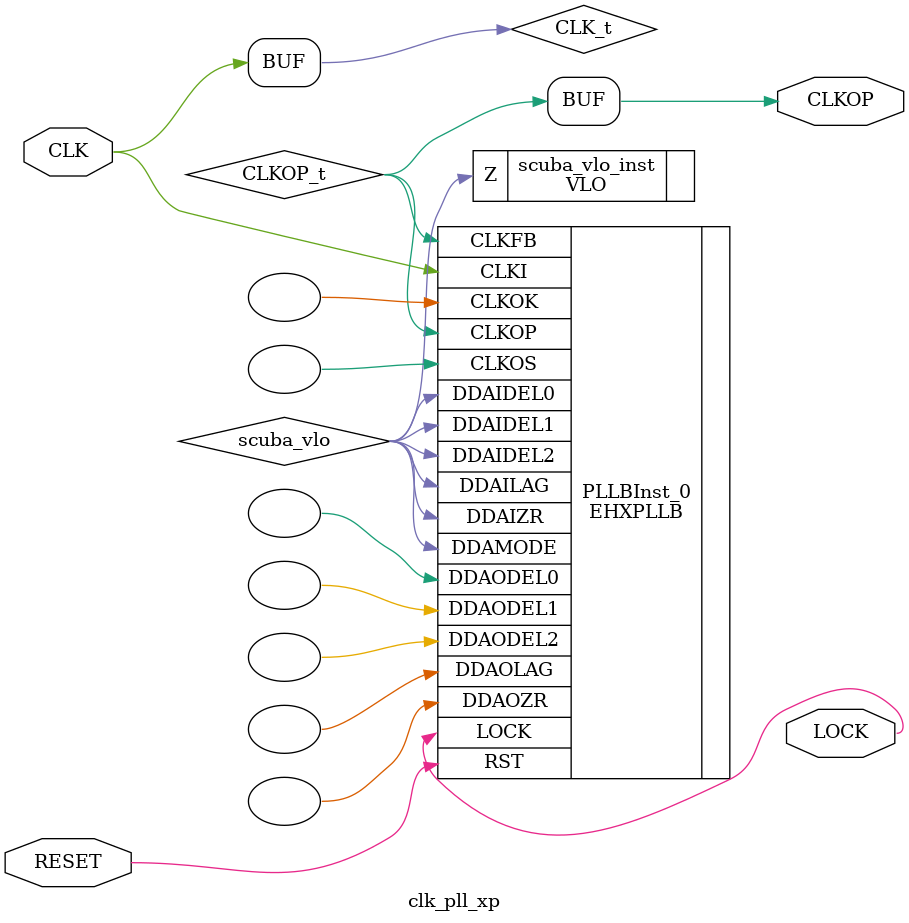
<source format=v>
/* Verilog netlist generated by SCUBA ispLever_v61_SP1_Build (17) */
/* Module Version: 3.3 */
/* C:\ispLEVER_6_1_ver37\ispfpga\bin\nt\scuba.exe -w -n clk_pll -lang verilog -synth synplify -arch ep5g00 -type pll -fin 200 -fclkop 200 -fclkop_tol 0.0 -delay_cntl STATIC -fdel 0 -fb_mode CLOCKTREE -noclkos -noclkok -e  */
/* Wed Jan 31 11:04:51 2007 */


`timescale 1 ns / 1 ps
module clk_pll_xp (CLK, RESET, CLKOP, LOCK);
    input CLK;
    input RESET;
    output CLKOP;
    output LOCK;

    wire CLK_t;

    VLO scuba_vlo_inst (.Z(scuba_vlo));

    // synopsys translate_off
    defparam PLLBInst_0.DELAY_CNTL = "STATIC" ;
    defparam PLLBInst_0.FDEL = "0" ;
    defparam PLLBInst_0.DUTY = "4" ;
    defparam PLLBInst_0.PHASEADJ = "0" ;
    defparam PLLBInst_0.CLKOK_DIV = "2" ;
    defparam PLLBInst_0.CLKOP_DIV = "4" ;
    defparam PLLBInst_0.CLKFB_DIV = "1" ;
    defparam PLLBInst_0.CLKI_DIV = "1" ;
    // synopsys translate_on
    EHXPLLB PLLBInst_0 (.CLKI(CLK_t), .CLKFB(CLKOP_t), .RST(RESET), .DDAMODE(scuba_vlo), 
        .DDAIZR(scuba_vlo), .DDAILAG(scuba_vlo), .DDAIDEL0(scuba_vlo), .DDAIDEL1(scuba_vlo), 
        .DDAIDEL2(scuba_vlo), .CLKOP(CLKOP_t), .CLKOS(), .CLKOK(), .LOCK(LOCK), 
        .DDAOZR(), .DDAOLAG(), .DDAODEL0(), .DDAODEL1(), .DDAODEL2())
             /* synthesis DELAY_CNTL="STATIC" */
             /* synthesis FDEL="0" */
             /* synthesis DUTY="4" */
             /* synthesis PHASEADJ="0" */
             /* synthesis FB_MODE="CLOCKTREE" */
             /* synthesis FREQUENCY_PIN_CLKOS="200.000000" */
             /* synthesis FREQUENCY_PIN_CLKOP="200.000000" */
             /* synthesis FREQUENCY_PIN_CLKI="200.000000" */
             /* synthesis FREQUENCY_PIN_CLKOK="50.000000" */
             /* synthesis CLKOK_DIV="2" */
             /* synthesis CLKOP_DIV="4" */
             /* synthesis CLKFB_DIV="1" */
             /* synthesis CLKI_DIV="1" */
             /* synthesis FIN="200.000000" */;

    assign CLKOP = CLKOP_t;
    assign CLK_t = CLK;


    // exemplar begin
    // exemplar attribute PLLBInst_0 DELAY_CNTL STATIC
    // exemplar attribute PLLBInst_0 FDEL 0
    // exemplar attribute PLLBInst_0 DUTY 4
    // exemplar attribute PLLBInst_0 PHASEADJ 0
    // exemplar attribute PLLBInst_0 FB_MODE CLOCKTREE
    // exemplar attribute PLLBInst_0 FREQUENCY_PIN_CLKOS 200.000000
    // exemplar attribute PLLBInst_0 FREQUENCY_PIN_CLKOP 200.000000
    // exemplar attribute PLLBInst_0 FREQUENCY_PIN_CLKI 200.000000
    // exemplar attribute PLLBInst_0 FREQUENCY_PIN_CLKOK 50.000000
    // exemplar attribute PLLBInst_0 CLKOK_DIV 2
    // exemplar attribute PLLBInst_0 CLKOP_DIV 4
    // exemplar attribute PLLBInst_0 CLKFB_DIV 1
    // exemplar attribute PLLBInst_0 CLKI_DIV 1
    // exemplar attribute PLLBInst_0 FIN 200.000000
    // exemplar end

endmodule

</source>
